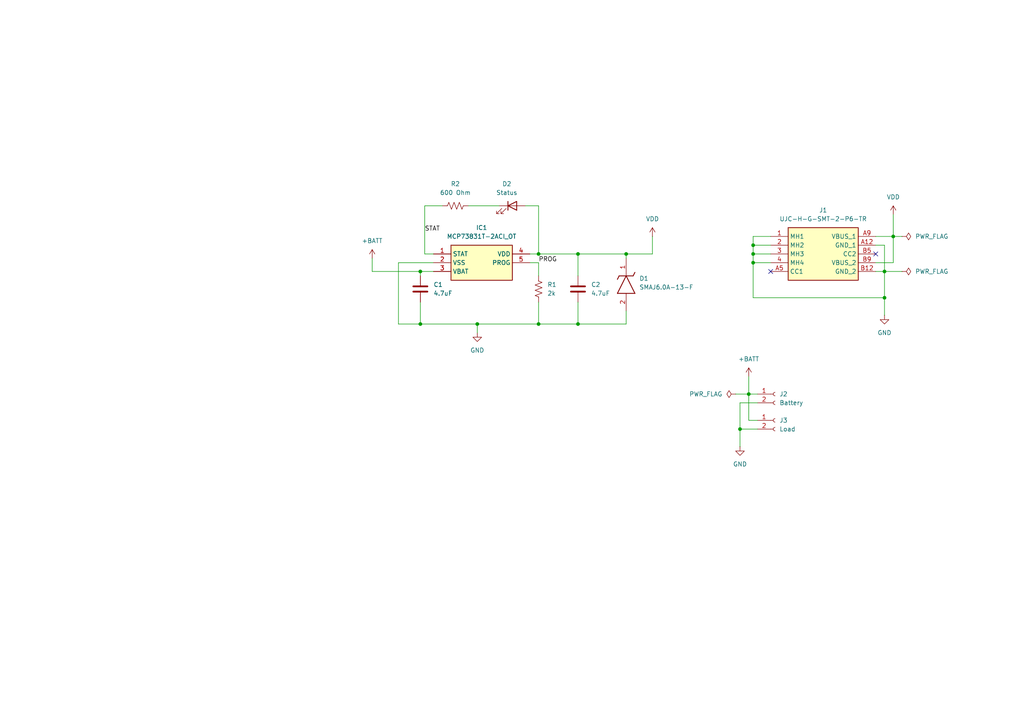
<source format=kicad_sch>
(kicad_sch (version 20250114) (generator "eeschema") (generator_version "9.0")
  (paper "A4")
  (lib_symbols
    (symbol "Connector:Conn_01x02_Socket" (pin_names (offset 1.016) (hide yes))
      (property "Reference" "J" (at 0 2.54 0))
      (property "Value" "Conn_01x02_Socket" (at 0 -5.08 0))
      (symbol "Conn_01x02_Socket_1_1"
        (polyline (pts (xy -1.27 0) (xy -0.508 0)) (stroke (width 0.1524)))
        (polyline (pts (xy -1.27 -2.54) (xy -0.508 -2.54)) (stroke (width 0.1524)))
        (arc (start 0 -0.508) (mid -0.5058 0) (end 0 0.508) (stroke (width 0.1524)))
        (arc (start 0 -3.048) (mid -0.5058 -2.54) (end 0 -2.032) (stroke (width 0.1524)))
        (pin passive line (at -5.08 0 0) (length 3.81) (name "Pin_1") (number "1"))
        (pin passive line (at -5.08 -2.54 0) (length 3.81) (name "Pin_2") (number "2"))
      )
    )
    (symbol "Device:C" (pin_numbers (hide yes)) (pin_names (offset 0.254))
      (property "Reference" "C" (at 0.635 2.54 0))
      (property "Value" "C" (at 0.635 -2.54 0))
      (symbol "C_0_1"
        (polyline (pts (xy -2.032 0.762) (xy 2.032 0.762)) (stroke (width 0.508)))
        (polyline (pts (xy -2.032 -0.762) (xy 2.032 -0.762)) (stroke (width 0.508)))
      )
      (symbol "C_1_1"
        (pin passive line (at 0 3.81 270) (length 2.794) (name "~") (number "1"))
        (pin passive line (at 0 -3.81 90) (length 2.794) (name "~") (number "2"))
      )
    )
    (symbol "Device:LED" (pin_numbers (hide yes)) (pin_names (offset 1.016) (hide yes))
      (property "Reference" "D" (at 0 2.54 0))
      (property "Value" "LED" (at 0 -2.54 0))
      (symbol "LED_0_1"
        (polyline (pts (xy -3.048 -0.762) (xy -4.572 -2.286) (xy -3.81 -2.286) (xy -4.572 -2.286) (xy -4.572 -1.524)))
        (polyline (pts (xy -1.778 -0.762) (xy -3.302 -2.286) (xy -2.54 -2.286) (xy -3.302 -2.286) (xy -3.302 -1.524)))
        (polyline (pts (xy -1.27 0) (xy 1.27 0)))
        (polyline (pts (xy -1.27 -1.27) (xy -1.27 1.27)) (stroke (width 0.254)))
        (polyline (pts (xy 1.27 -1.27) (xy 1.27 1.27) (xy -1.27 0) (xy 1.27 -1.27)) (stroke (width 0.254)))
      )
      (symbol "LED_1_1"
        (pin passive line (at -3.81 0 0) (length 2.54) (name "K") (number "1"))
        (pin passive line (at 3.81 0 180) (length 2.54) (name "A") (number "2"))
      )
    )
    (symbol "Device:R_US" (pin_numbers (hide yes)) (pin_names (offset 0))
      (property "Reference" "R" (at 2.54 0 90))
      (property "Value" "R_US" (at -2.54 0 90))
      (symbol "R_US_0_1"
        (polyline (pts (xy 0 2.286) (xy 0 2.54)))
        (polyline (pts (xy 0 2.286) (xy 1.016 1.905) (xy 0 1.524) (xy -1.016 1.143) (xy 0 0.762)))
        (polyline (pts (xy 0 0.762) (xy 1.016 0.381) (xy 0 0) (xy -1.016 -0.381) (xy 0 -0.762)))
        (polyline (pts (xy 0 -0.762) (xy 1.016 -1.143) (xy 0 -1.524) (xy -1.016 -1.905) (xy 0 -2.286)))
        (polyline (pts (xy 0 -2.286) (xy 0 -2.54)))
      )
      (symbol "R_US_1_1"
        (pin passive line (at 0 3.81 270) (length 1.27) (name "~") (number "1"))
        (pin passive line (at 0 -3.81 90) (length 1.27) (name "~") (number "2"))
      )
    )
    (symbol "Garth Libraries:MCP73831T-2ACI_OT"
      (property "Reference" "IC" (at 24.13 7.62 0))
      (property "Value" "MCP73831T-2ACI_OT" (at 24.13 5.08 0))
      (symbol "MCP73831T-2ACI_OT_1_1"
        (rectangle (start 5.08 2.54) (end 22.86 -7.62) (stroke (width 0.254)) (fill (type background)))
        (pin passive line (at 0 0 0) (length 5.08) (name "STAT") (number "1"))
        (pin passive line (at 0 -2.54 0) (length 5.08) (name "VSS") (number "2"))
        (pin passive line (at 0 -5.08 0) (length 5.08) (name "VBAT") (number "3"))
        (pin passive line (at 27.94 0 180) (length 5.08) (name "VDD") (number "4"))
        (pin passive line (at 27.94 -2.54 180) (length 5.08) (name "PROG") (number "5"))
      )
    )
    (symbol "Garth Libraries:SMAJ6.0A-13-F" (pin_names (hide yes))
      (property "Reference" "D" (at 10.16 8.89 0))
      (property "Value" "SMAJ6.0A-13-F" (at 10.16 6.35 0))
      (symbol "SMAJ6.0A-13-F_1_1"
        (polyline (pts (xy 4.064 2.54) (xy 5.08 2.032)) (stroke (width 0.254)))
        (polyline (pts (xy 5.08 0) (xy 10.16 2.54)) (stroke (width 0.254)))
        (polyline (pts (xy 5.08 -2.032) (xy 5.08 2.032)) (stroke (width 0.254)))
        (polyline (pts (xy 5.08 -2.032) (xy 6.096 -2.54)) (stroke (width 0.254)))
        (polyline (pts (xy 10.16 -2.54) (xy 5.08 0)) (stroke (width 0.254)))
        (polyline (pts (xy 10.16 -2.54) (xy 10.16 2.54)) (stroke (width 0.254)))
        (pin passive line (at 0 0 0) (length 5.08) (name "K") (number "1"))
        (pin passive line (at 15.24 0 180) (length 5.08) (name "A") (number "2"))
      )
    )
    (symbol "Garth Libraries:UJC-H-G-SMT-2-P6-TR"
      (property "Reference" "J" (at 26.67 7.62 0))
      (property "Value" "UJC-H-G-SMT-2-P6-TR" (at 26.67 5.08 0))
      (symbol "UJC-H-G-SMT-2-P6-TR_1_1"
        (rectangle (start 5.08 2.54) (end 25.4 -12.7) (stroke (width 0.254)) (fill (type background)))
        (pin passive line (at 0 0 0) (length 5.08) (name "MH1") (number "1"))
        (pin passive line (at 0 -2.54 0) (length 5.08) (name "MH2") (number "2"))
        (pin passive line (at 0 -5.08 0) (length 5.08) (name "MH3") (number "3"))
        (pin passive line (at 0 -7.62 0) (length 5.08) (name "MH4") (number "4"))
        (pin passive line (at 0 -10.16 0) (length 5.08) (name "CC1") (number "A5"))
        (pin passive line (at 30.48 0 180) (length 5.08) (name "VBUS_1") (number "A9"))
        (pin passive line (at 30.48 -2.54 180) (length 5.08) (name "GND_1") (number "A12"))
        (pin passive line (at 30.48 -5.08 180) (length 5.08) (name "CC2") (number "B5"))
        (pin passive line (at 30.48 -7.62 180) (length 5.08) (name "VBUS_2") (number "B9"))
        (pin passive line (at 30.48 -10.16 180) (length 5.08) (name "GND_2") (number "B12"))
      )
    )
    (symbol "power:+BATT" (power) (pin_numbers (hide yes)) (pin_names (offset 0) (hide yes))
      (property "Value" "+BATT" (at 0 3.556 0))
      (symbol "+BATT_0_1"
        (polyline (pts (xy -0.762 1.27) (xy 0 2.54)))
        (polyline (pts (xy 0 2.54) (xy 0.762 1.27)))
        (polyline (pts (xy 0 0) (xy 0 2.54)))
      )
      (symbol "+BATT_1_1"
        (pin power_in line (at 0 0 90) (length 0) (name "~") (number "1"))
      )
    )
    (symbol "power:GND" (power) (pin_numbers (hide yes)) (pin_names (offset 0) (hide yes))
      (property "Value" "GND" (at 0 -3.81 0))
      (symbol "GND_0_1"
        (polyline (pts (xy 0 0) (xy 0 -1.27) (xy 1.27 -1.27) (xy 0 -2.54) (xy -1.27 -1.27) (xy 0 -1.27)))
      )
      (symbol "GND_1_1"
        (pin power_in line (at 0 0 270) (length 0) (name "~") (number "1"))
      )
    )
    (symbol "power:PWR_FLAG" (power) (pin_numbers (hide yes)) (pin_names (offset 0) (hide yes))
      (property "Value" "PWR_FLAG" (at 0 3.81 0))
      (symbol "PWR_FLAG_0_0"
        (pin power_out line (at 0 0 90) (length 0) (name "~") (number "1"))
      )
      (symbol "PWR_FLAG_0_1"
        (polyline (pts (xy 0 0) (xy 0 1.27) (xy -1.016 1.905) (xy 0 2.54) (xy 1.016 1.905) (xy 0 1.27)))
      )
    )
    (symbol "power:VDD" (power) (pin_numbers (hide yes)) (pin_names (offset 0) (hide yes))
      (property "Value" "VDD" (at 0 3.556 0))
      (symbol "VDD_0_1"
        (polyline (pts (xy -0.762 1.27) (xy 0 2.54)))
        (polyline (pts (xy 0 2.54) (xy 0.762 1.27)))
        (polyline (pts (xy 0 0) (xy 0 2.54)))
      )
      (symbol "VDD_1_1"
        (pin power_in line (at 0 0 90) (length 0) (name "~") (number "1"))
      )
    )
  )
  (junction (at 214.63 124.46))
  (junction (at 256.54 78.74))
  (junction (at 121.92 93.98))
  (junction (at 167.64 93.98))
  (junction (at 256.54 86.36))
  (junction (at 181.61 73.66))
  (junction (at 259.08 68.58))
  (junction (at 217.17 114.3))
  (junction (at 156.21 73.66))
  (junction (at 167.64 73.66))
  (junction (at 218.44 71.12))
  (junction (at 218.44 73.66))
  (junction (at 121.92 78.74))
  (junction (at 138.43 93.98))
  (junction (at 218.44 76.2))
  (junction (at 156.21 93.98))
  (no_connect (at 223.52 78.74))
  (no_connect (at 254 73.66))
  (wire (pts (xy 107.95 78.74) (xy 121.92 78.74)))
  (wire (pts (xy 167.64 80.01) (xy 167.64 73.66)))
  (wire (pts (xy 128.27 59.69) (xy 123.19 59.69)))
  (wire (pts (xy 167.64 87.63) (xy 167.64 93.98)))
  (wire (pts (xy 214.63 116.84) (xy 214.63 124.46)))
  (wire (pts (xy 167.64 93.98) (xy 181.61 93.98)))
  (wire (pts (xy 189.23 73.66) (xy 189.23 68.58)))
  (wire (pts (xy 156.21 73.66) (xy 167.64 73.66)))
  (wire (pts (xy 138.43 93.98) (xy 156.21 93.98)))
  (wire (pts (xy 256.54 71.12) (xy 256.54 78.74)))
  (wire (pts (xy 115.57 76.2) (xy 125.73 76.2)))
  (wire (pts (xy 156.21 93.98) (xy 167.64 93.98)))
  (wire (pts (xy 223.52 68.58) (xy 218.44 68.58)))
  (wire (pts (xy 123.19 73.66) (xy 125.73 73.66)))
  (wire (pts (xy 259.08 68.58) (xy 261.62 68.58)))
  (wire (pts (xy 218.44 71.12) (xy 223.52 71.12)))
  (wire (pts (xy 256.54 78.74) (xy 261.62 78.74)))
  (wire (pts (xy 107.95 74.93) (xy 107.95 78.74)))
  (wire (pts (xy 218.44 73.66) (xy 223.52 73.66)))
  (wire (pts (xy 259.08 62.23) (xy 259.08 68.58)))
  (wire (pts (xy 181.61 73.66) (xy 181.61 74.93)))
  (wire (pts (xy 256.54 78.74) (xy 256.54 86.36)))
  (wire (pts (xy 213.36 114.3) (xy 217.17 114.3)))
  (wire (pts (xy 156.21 76.2) (xy 153.67 76.2)))
  (wire (pts (xy 218.44 76.2) (xy 218.44 86.36)))
  (wire (pts (xy 218.44 86.36) (xy 256.54 86.36)))
  (wire (pts (xy 219.71 116.84) (xy 214.63 116.84)))
  (wire (pts (xy 121.92 93.98) (xy 138.43 93.98)))
  (wire (pts (xy 156.21 80.01) (xy 156.21 76.2)))
  (wire (pts (xy 254 71.12) (xy 256.54 71.12)))
  (wire (pts (xy 121.92 87.63) (xy 121.92 93.98)))
  (wire (pts (xy 218.44 68.58) (xy 218.44 71.12)))
  (wire (pts (xy 218.44 76.2) (xy 223.52 76.2)))
  (wire (pts (xy 256.54 86.36) (xy 256.54 91.44)))
  (wire (pts (xy 138.43 93.98) (xy 138.43 96.52)))
  (wire (pts (xy 217.17 114.3) (xy 219.71 114.3)))
  (wire (pts (xy 259.08 76.2) (xy 259.08 68.58)))
  (wire (pts (xy 153.67 73.66) (xy 156.21 73.66)))
  (wire (pts (xy 115.57 93.98) (xy 121.92 93.98)))
  (wire (pts (xy 214.63 124.46) (xy 219.71 124.46)))
  (wire (pts (xy 121.92 78.74) (xy 121.92 80.01)))
  (wire (pts (xy 167.64 73.66) (xy 181.61 73.66)))
  (wire (pts (xy 181.61 90.17) (xy 181.61 93.98)))
  (wire (pts (xy 218.44 71.12) (xy 218.44 73.66)))
  (wire (pts (xy 115.57 76.2) (xy 115.57 93.98)))
  (wire (pts (xy 181.61 73.66) (xy 189.23 73.66)))
  (wire (pts (xy 125.73 78.74) (xy 121.92 78.74)))
  (wire (pts (xy 219.71 121.92) (xy 217.17 121.92)))
  (wire (pts (xy 217.17 114.3) (xy 217.17 121.92)))
  (wire (pts (xy 254 78.74) (xy 256.54 78.74)))
  (wire (pts (xy 123.19 59.69) (xy 123.19 73.66)))
  (wire (pts (xy 214.63 124.46) (xy 214.63 129.54)))
  (wire (pts (xy 135.89 59.69) (xy 144.78 59.69)))
  (wire (pts (xy 156.21 87.63) (xy 156.21 93.98)))
  (wire (pts (xy 218.44 73.66) (xy 218.44 76.2)))
  (wire (pts (xy 156.21 59.69) (xy 156.21 73.66)))
  (wire (pts (xy 152.4 59.69) (xy 156.21 59.69)))
  (wire (pts (xy 254 76.2) (xy 259.08 76.2)))
  (wire (pts (xy 254 68.58) (xy 259.08 68.58)))
  (wire (pts (xy 217.17 109.22) (xy 217.17 114.3)))
  (label "PROG" (at 156.21 76.2 0))
  (label "STAT" (at 123.19 67.31 0))
  (symbol (lib_id "power:VDD") (at 259.08 62.23 0) (unit 1)
    (property "Reference" "#PWR05" (effects (hide yes)))
    (property "Value" "VDD" (at 259.08 57.15 0))
    (property "Description" "Power symbol creates a global label with name \"VDD\"" (effects (hide yes)))
  )
  (symbol (lib_id "Device:R_US") (at 156.21 83.82 0) (unit 1)
    (property "Reference" "R1" (at 158.75 82.5499 0) (effects (justify left)))
    (property "Value" "2k" (at 158.75 85.0899 0) (effects (justify left)))
    (property "Footprint" "Resistor_SMD:R_0805_2012Metric_Pad1.20x1.40mm_HandSolder" (effects (hide yes)))
    (property "Description" "Resistor, US symbol" (effects (hide yes)))
  )
  (symbol (lib_id "power:+BATT") (at 107.95 74.93 0) (unit 1)
    (property "Reference" "#PWR04" (effects (hide yes)))
    (property "Value" "+BATT" (at 107.95 69.85 0))
    (property "Description" "Power symbol creates a global label with name \"+BATT\"" (effects (hide yes)))
  )
  (symbol (lib_id "Garth Libraries:UJC-H-G-SMT-2-P6-TR") (at 223.52 68.58 0) (unit 1)
    (property "Reference" "J1" (at 238.76 60.96 0))
    (property "Value" "UJC-H-G-SMT-2-P6-TR" (at 238.76 63.5 0))
    (property "Footprint" "Garth:UJCHGSMT2P6TR" (effects (hide yes)))
    (property "Datasheet" "https://www.sameskydevices.com/product/resource/ujc-h-g-smt-2-p6-tr.pdf" (effects (hide yes)))
    (property "Description" "Type C, Power Only, 30 Vac, 3 A, Horizontal, Gold plated 1u, Surface Mount,6 pin, USB Receptacle" (effects (hide yes)))
    (property "Height" "3.36" (effects (hide yes)))
    (property "Mouser Part Number" "179-UJCHGSMT2P6TR" (effects (hide yes)))
    (property "Mouser Price/Stock" "https://www.mouser.co.uk/ProductDetail/Same-Sky/UJC-H-G-SMT-2-P6-TR?qs=IKkN%2F947nfApFV8T6rOqww%3D%3D" (effects (hide yes)))
    (property "Manufacturer_Name" "Same Sky" (effects (hide yes)))
    (property "Manufacturer_Part_Number" "UJC-H-G-SMT-2-P6-TR" (effects (hide yes)))
  )
  (symbol (lib_id "Device:C") (at 167.64 83.82 0) (unit 1)
    (property "Reference" "C2" (at 171.45 82.5499 0) (effects (justify left)))
    (property "Value" "4.7uF" (at 171.45 85.0899 0) (effects (justify left)))
    (property "Footprint" "Capacitor_SMD:C_0805_2012Metric_Pad1.18x1.45mm_HandSolder" (effects (hide yes)))
    (property "Description" "Unpolarized capacitor" (effects (hide yes)))
  )
  (symbol (lib_id "power:GND") (at 214.63 129.54 0) (unit 1)
    (property "Reference" "#PWR07" (effects (hide yes)))
    (property "Value" "GND" (at 214.63 134.62 0))
    (property "Description" "Power symbol creates a global label with name \"GND\" , ground" (effects (hide yes)))
  )
  (symbol (lib_id "Device:R_US") (at 132.08 59.69 90) (unit 1)
    (property "Reference" "R2" (at 132.08 53.34 90))
    (property "Value" "600 Ohm" (at 132.08 55.88 90))
    (property "Footprint" "Resistor_SMD:R_0805_2012Metric_Pad1.20x1.40mm_HandSolder" (effects (hide yes)))
    (property "Description" "Resistor, US symbol" (effects (hide yes)))
  )
  (symbol (lib_id "Connector:Conn_01x02_Socket") (at 224.79 121.92 0) (unit 1)
    (property "Reference" "J3" (at 226.06 121.9199 0) (effects (justify left)))
    (property "Value" "Load" (at 226.06 124.4599 0) (effects (justify left)))
    (property "Footprint" "Connector_JST:JST_PH_S2B-PH-K_1x02_P2.00mm_Horizontal" (effects (hide yes)))
    (property "Description" "Generic connector, single row, 01x02, script generated" (effects (hide yes)))
  )
  (symbol (lib_id "power:PWR_FLAG") (at 261.62 78.74 270) (unit 1)
    (property "Reference" "#FLG02" (effects (hide yes)))
    (property "Value" "PWR_FLAG" (at 265.43 78.7399 90) (effects (justify left)))
    (property "Description" "Special symbol for telling ERC where power comes from" (effects (hide yes)))
  )
  (symbol (lib_id "Device:LED") (at 148.59 59.69 0) (unit 1)
    (property "Reference" "D2" (at 147.0025 53.34 0))
    (property "Value" "Status" (at 147.0025 55.88 0))
    (property "Footprint" "LED_SMD:LED_0805_2012Metric_Pad1.15x1.40mm_HandSolder" (effects (hide yes)))
    (property "Description" "Light emitting diode" (effects (hide yes)))
    (property "Sim.Pins" "1=K 2=A" (effects (hide yes)))
  )
  (symbol (lib_id "Garth Libraries:SMAJ6.0A-13-F") (at 181.61 74.93 270) (unit 1)
    (property "Reference" "D1" (at 185.42 80.7719 90) (effects (justify left)))
    (property "Value" "SMAJ6.0A-13-F" (at 185.42 83.3119 90) (effects (justify left)))
    (property "Footprint" "Garth:DIOM5226X240N" (effects (hide yes)))
    (property "Datasheet" "https://www.arrow.com/en/products/smaj6.0a-13-f/diodes-incorporated" (effects (hide yes)))
    (property "Description" "Diodes Inc SMAJ6.0A-13-F Uni-Directional TVS Diode, 400W peak, 2-Pin SMA" (effects (hide yes)))
    (property "Height" "2.4" (effects (hide yes)))
    (property "Mouser Part Number" "621-SMAJ6.0A-13-F" (effects (hide yes)))
    (property "Mouser Price/Stock" "https://www.mouser.co.uk/ProductDetail/Diodes-Incorporated/SMAJ60A-13-F?qs=gaDBXWSqsDBS%252B5NeClx%252BYA%3D%3D" (effects (hide yes)))
    (property "Manufacturer_Name" "Diodes Incorporated" (effects (hide yes)))
    (property "Manufacturer_Part_Number" "SMAJ6.0A-13-F" (effects (hide yes)))
  )
  (symbol (lib_id "power:GND") (at 256.54 91.44 0) (unit 1)
    (property "Reference" "#PWR02" (effects (hide yes)))
    (property "Value" "GND" (at 256.54 96.52 0))
    (property "Description" "Power symbol creates a global label with name \"GND\" , ground" (effects (hide yes)))
  )
  (symbol (lib_id "power:PWR_FLAG") (at 213.36 114.3 90) (unit 1)
    (property "Reference" "#FLG03" (effects (hide yes)))
    (property "Value" "PWR_FLAG" (at 209.55 114.2999 90) (effects (justify left)))
    (property "Description" "Special symbol for telling ERC where power comes from" (effects (hide yes)))
  )
  (symbol (lib_id "Connector:Conn_01x02_Socket") (at 224.79 114.3 0) (unit 1)
    (property "Reference" "J2" (at 226.06 114.2999 0) (effects (justify left)))
    (property "Value" "Battery" (at 226.06 116.8399 0) (effects (justify left)))
    (property "Footprint" "Connector_JST:JST_PH_S2B-PH-K_1x02_P2.00mm_Horizontal" (effects (hide yes)))
    (property "Description" "Generic connector, single row, 01x02, script generated" (effects (hide yes)))
  )
  (symbol (lib_id "power:PWR_FLAG") (at 261.62 68.58 270) (unit 1)
    (property "Reference" "#FLG01" (effects (hide yes)))
    (property "Value" "PWR_FLAG" (at 265.43 68.5799 90) (effects (justify left)))
    (property "Description" "Special symbol for telling ERC where power comes from" (effects (hide yes)))
  )
  (symbol (lib_id "power:+BATT") (at 217.17 109.22 0) (unit 1)
    (property "Reference" "#PWR08" (effects (hide yes)))
    (property "Value" "+BATT" (at 217.17 104.14 0))
    (property "Description" "Power symbol creates a global label with name \"+BATT\"" (effects (hide yes)))
  )
  (symbol (lib_id "Device:C") (at 121.92 83.82 0) (unit 1)
    (property "Reference" "C1" (at 125.73 82.5499 0) (effects (justify left)))
    (property "Value" "4.7uF" (at 125.73 85.0899 0) (effects (justify left)))
    (property "Footprint" "Capacitor_SMD:C_0805_2012Metric_Pad1.18x1.45mm_HandSolder" (effects (hide yes)))
    (property "Description" "Unpolarized capacitor" (effects (hide yes)))
  )
  (symbol (lib_id "power:VDD") (at 189.23 68.58 0) (unit 1)
    (property "Reference" "#PWR03" (effects (hide yes)))
    (property "Value" "VDD" (at 189.23 63.5 0))
    (property "Description" "Power symbol creates a global label with name \"VDD\"" (effects (hide yes)))
  )
  (symbol (lib_id "power:GND") (at 138.43 96.52 0) (unit 1)
    (property "Reference" "#PWR01" (effects (hide yes)))
    (property "Value" "GND" (at 138.43 101.6 0))
    (property "Description" "Power symbol creates a global label with name \"GND\" , ground" (effects (hide yes)))
  )
  (symbol (lib_id "Garth Libraries:MCP73831T-2ACI_OT") (at 125.73 73.66 0) (unit 1)
    (property "Reference" "IC1" (at 139.7 66.04 0))
    (property "Value" "MCP73831T-2ACI_OT" (at 139.7 68.58 0))
    (property "Footprint" "Garth:SOT95P270X145-5N" (effects (hide yes)))
    (property "Datasheet" "http://ww1.microchip.com/downloads/en/DeviceDoc/20001984g.pdf" (effects (hide yes)))
    (property "Description" "Li-Ion Charge Controller 4.2V SOT23-5" (effects (hide yes)))
    (property "Height" "1.45" (effects (hide yes)))
    (property "Mouser Part Number" "579-MCP73831T-2ACIOT" (effects (hide yes)))
    (property "Mouser Price/Stock" "https://www.mouser.co.uk/ProductDetail/Microchip-Technology/MCP73831T-2ACI-OT?qs=yUQqVecv4qvbBQBGbHx0Mw%3D%3D" (effects (hide yes)))
    (property "Manufacturer_Name" "Microchip" (effects (hide yes)))
    (property "Manufacturer_Part_Number" "MCP73831T-2ACI/OT" (effects (hide yes)))
  )
)
</source>
